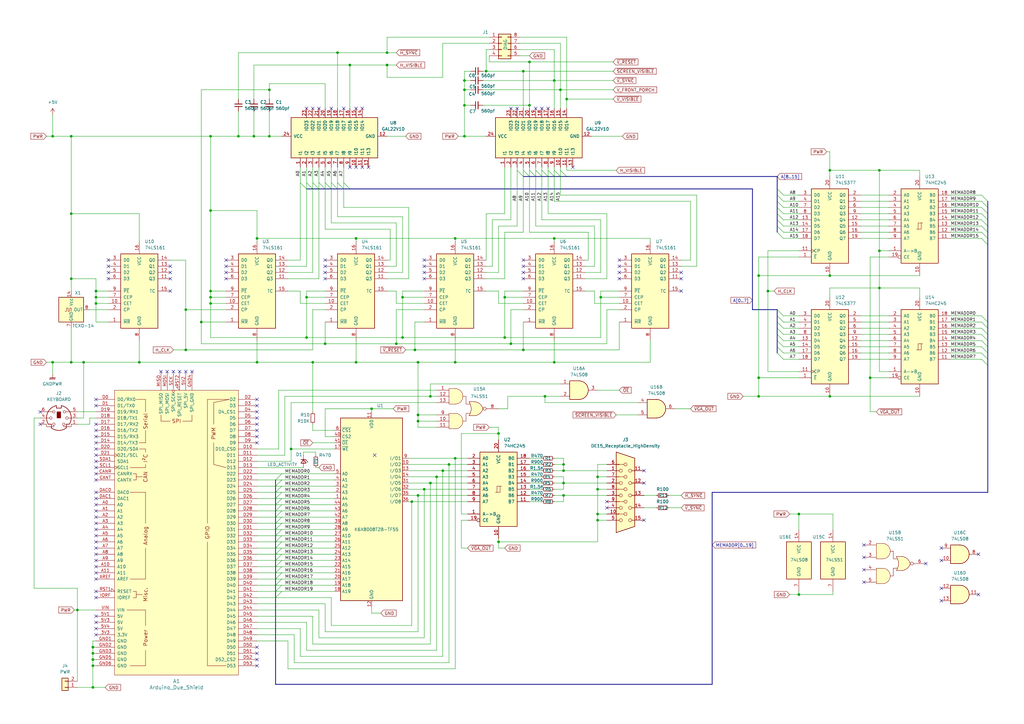
<source format=kicad_sch>
(kicad_sch (version 20231120) (generator "eeschema") (generator_version "8.0")
  (paper "A3")
  (junction (at 245.11 195.58))
  (junction (at 207.01 121.92))
  (junction (at 209.55 140.97))
  (junction (at 360.68 118.11))
  (junction (at 340.36 113.03))
  (junction (at 327.66 210.82))
  (junction (at 29.21 114.3))
  (junction (at 38.1 270.51))
  (junction (at 179.07 195.58))
  (junction (at 356.87 154.94))
  (junction (at 214.63 29.21))
  (junction (at 105.41 97.79))
  (junction (at 176.53 162.56))
  (junction (at 138.43 21.59))
  (junction (at 204.47 177.8))
  (junction (at 38.1 281.94))
  (junction (at 227.33 148.59))
  (junction (at 171.45 172.72))
  (junction (at 38.1 273.05))
  (junction (at 314.96 119.38))
  (junction (at 110.49 36.83))
  (junction (at 217.17 43.18))
  (junction (at 214.63 143.51))
  (junction (at 39.37 124.46))
  (junction (at 168.91 205.74))
  (junction (at 246.38 121.92))
  (junction (at 184.15 190.5))
  (junction (at 29.21 87.63))
  (junction (at 29.21 55.88))
  (junction (at 104.14 55.88))
  (junction (at 171.45 148.59))
  (junction (at 86.36 55.88))
  (junction (at 86.36 86.36))
  (junction (at 190.5 36.83))
  (junction (at 34.29 148.59))
  (junction (at 176.53 198.12))
  (junction (at 207.01 138.43))
  (junction (at 86.36 121.92))
  (junction (at 340.36 69.85))
  (junction (at 245.11 210.82))
  (junction (at 158.75 21.59))
  (junction (at 186.69 187.96))
  (junction (at 186.69 148.59))
  (junction (at 39.37 119.38))
  (junction (at 232.41 40.64))
  (junction (at 311.15 113.03))
  (junction (at 158.75 26.67))
  (junction (at 231.14 193.04))
  (junction (at 38.1 267.97))
  (junction (at 105.41 148.59))
  (junction (at 97.79 55.88))
  (junction (at 146.05 148.59))
  (junction (at 82.55 132.08))
  (junction (at 21.59 148.59))
  (junction (at 31.75 250.19))
  (junction (at 199.39 29.21))
  (junction (at 340.36 162.56))
  (junction (at 128.27 148.59))
  (junction (at 165.1 138.43))
  (junction (at 231.14 190.5))
  (junction (at 133.35 140.97))
  (junction (at 223.52 162.56))
  (junction (at 39.37 121.92))
  (junction (at 173.99 200.66))
  (junction (at 21.59 55.88))
  (junction (at 57.15 148.59))
  (junction (at 162.56 140.97))
  (junction (at 245.11 200.66))
  (junction (at 38.1 265.43))
  (junction (at 146.05 97.79))
  (junction (at 152.4 167.64))
  (junction (at 171.45 170.18))
  (junction (at 181.61 193.04))
  (junction (at 110.49 55.88))
  (junction (at 86.36 124.46))
  (junction (at 360.68 102.87))
  (junction (at 360.68 69.85))
  (junction (at 245.11 213.36))
  (junction (at 190.5 33.02))
  (junction (at 217.17 25.4))
  (junction (at 125.73 121.92))
  (junction (at 227.33 33.02))
  (junction (at 227.33 97.79))
  (junction (at 76.2 143.51))
  (junction (at 229.87 36.83))
  (junction (at 190.5 43.18))
  (junction (at 204.47 222.25))
  (junction (at 327.66 243.84))
  (junction (at 119.38 184.15))
  (junction (at 311.15 162.56))
  (junction (at 186.69 97.79))
  (junction (at 171.45 203.2))
  (junction (at 125.73 138.43))
  (junction (at 231.14 198.12))
  (junction (at 231.14 203.2))
  (junction (at 165.1 121.92))
  (junction (at 29.21 148.59))
  (junction (at 190.5 55.88))
  (junction (at 76.2 127))
  (junction (at 143.51 26.67))
  (junction (at 311.15 154.94))
  (junction (at 170.18 143.51))
  (junction (at 86.36 119.38))
  (no_connect (at 16.51 173.99))
  (no_connect (at 279.4 114.3))
  (no_connect (at 386.08 246.38))
  (no_connect (at 146.05 44.45))
  (no_connect (at 68.58 152.4))
  (no_connect (at 39.37 245.11))
  (no_connect (at 219.71 44.45))
  (no_connect (at 254 106.68))
  (no_connect (at 92.71 106.68))
  (no_connect (at 39.37 166.37))
  (no_connect (at 39.37 176.53))
  (no_connect (at 354.33 223.52))
  (no_connect (at 92.71 111.76))
  (no_connect (at 39.37 196.85))
  (no_connect (at 39.37 212.09))
  (no_connect (at 209.55 44.45))
  (no_connect (at 146.05 68.58))
  (no_connect (at 401.32 243.84))
  (no_connect (at 105.41 168.91))
  (no_connect (at 140.97 44.45))
  (no_connect (at 133.35 109.22))
  (no_connect (at 39.37 224.79))
  (no_connect (at 264.16 193.04))
  (no_connect (at 39.37 194.31))
  (no_connect (at 73.66 152.4))
  (no_connect (at 39.37 217.17))
  (no_connect (at 105.41 163.83))
  (no_connect (at 69.85 119.38))
  (no_connect (at 92.71 109.22))
  (no_connect (at 354.33 233.68))
  (no_connect (at 222.25 44.45))
  (no_connect (at 279.4 119.38))
  (no_connect (at 44.45 109.22))
  (no_connect (at 264.16 198.12))
  (no_connect (at 39.37 260.35))
  (no_connect (at 44.45 114.3))
  (no_connect (at 39.37 232.41))
  (no_connect (at 39.37 255.27))
  (no_connect (at 401.32 227.33))
  (no_connect (at 76.2 152.4))
  (no_connect (at 354.33 228.6))
  (no_connect (at 135.89 44.45))
  (no_connect (at 39.37 204.47))
  (no_connect (at 69.85 111.76))
  (no_connect (at 39.37 173.99))
  (no_connect (at 39.37 184.15))
  (no_connect (at 39.37 227.33))
  (no_connect (at 39.37 252.73))
  (no_connect (at 214.63 114.3))
  (no_connect (at 254 111.76))
  (no_connect (at 264.16 213.36))
  (no_connect (at 214.63 106.68))
  (no_connect (at 39.37 237.49))
  (no_connect (at 143.51 68.58))
  (no_connect (at 105.41 267.97))
  (no_connect (at 105.41 273.05))
  (no_connect (at 173.99 106.68))
  (no_connect (at 173.99 114.3))
  (no_connect (at 16.51 168.91))
  (no_connect (at 212.09 44.45))
  (no_connect (at 105.41 176.53))
  (no_connect (at 224.79 44.45))
  (no_connect (at 254 109.22))
  (no_connect (at 148.59 68.58))
  (no_connect (at 133.35 114.3))
  (no_connect (at 105.41 265.43))
  (no_connect (at 69.85 109.22))
  (no_connect (at 133.35 106.68))
  (no_connect (at 133.35 111.76))
  (no_connect (at 39.37 209.55))
  (no_connect (at 39.37 234.95))
  (no_connect (at 39.37 201.93))
  (no_connect (at 39.37 207.01))
  (no_connect (at 105.41 179.07))
  (no_connect (at 39.37 191.77))
  (no_connect (at 151.13 68.58))
  (no_connect (at 386.08 229.87))
  (no_connect (at 39.37 222.25))
  (no_connect (at 66.04 152.4))
  (no_connect (at 39.37 163.83))
  (no_connect (at 39.37 219.71))
  (no_connect (at 234.95 68.58))
  (no_connect (at 39.37 229.87))
  (no_connect (at 214.63 111.76))
  (no_connect (at 39.37 186.69))
  (no_connect (at 279.4 111.76))
  (no_connect (at 214.63 109.22))
  (no_connect (at 254 114.3))
  (no_connect (at 148.59 44.45))
  (no_connect (at 92.71 114.3))
  (no_connect (at 386.08 241.3))
  (no_connect (at 173.99 111.76))
  (no_connect (at 39.37 189.23))
  (no_connect (at 125.73 44.45))
  (no_connect (at 248.92 208.28))
  (no_connect (at 39.37 179.07))
  (no_connect (at 105.41 181.61))
  (no_connect (at 69.85 114.3))
  (no_connect (at 78.74 152.4))
  (no_connect (at 173.99 109.22))
  (no_connect (at 379.73 231.14))
  (no_connect (at 39.37 214.63))
  (no_connect (at 71.12 152.4))
  (no_connect (at 105.41 166.37))
  (no_connect (at 105.41 173.99))
  (no_connect (at 105.41 270.51))
  (no_connect (at 386.08 224.79))
  (no_connect (at 39.37 242.57))
  (no_connect (at 248.92 205.74))
  (no_connect (at 44.45 111.76))
  (no_connect (at 128.27 44.45))
  (no_connect (at 153.67 186.69))
  (no_connect (at 354.33 238.76))
  (no_connect (at 105.41 171.45))
  (no_connect (at 130.81 44.45))
  (no_connect (at 39.37 181.61))
  (no_connect (at 44.45 106.68))
  (no_connect (at 39.37 257.81))
  (bus_entry (at 402.59 92.71) (size 2.54 2.54))
  (bus_entry (at 321.31 137.16) (size -2.54 -2.54))
  (bus_entry (at 115.57 232.41) (size -2.54 2.54))
  (bus_entry (at 321.31 97.79) (size -2.54 -2.54))
  (bus_entry (at 402.59 80.01) (size 2.54 2.54))
  (bus_entry (at 115.57 222.25) (size -2.54 2.54))
  (bus_entry (at 402.59 95.25) (size 2.54 2.54))
  (bus_entry (at 115.57 199.39) (size -2.54 2.54))
  (bus_entry (at 115.57 209.55) (size -2.54 2.54))
  (bus_entry (at 229.87 69.85) (size 2.54 2.54))
  (bus_entry (at 115.57 217.17) (size -2.54 2.54))
  (bus_entry (at 115.57 227.33) (size -2.54 2.54))
  (bus_entry (at 402.59 144.78) (size 2.54 2.54))
  (bus_entry (at 321.31 144.78) (size -2.54 -2.54))
  (bus_entry (at 321.31 139.7) (size -2.54 -2.54))
  (bus_entry (at 115.57 194.31) (size -2.54 2.54))
  (bus_entry (at 402.59 137.16) (size 2.54 2.54))
  (bus_entry (at 135.89 74.93) (size 2.54 2.54))
  (bus_entry (at 321.31 142.24) (size -2.54 -2.54))
  (bus_entry (at 402.59 147.32) (size 2.54 2.54))
  (bus_entry (at 115.57 234.95) (size -2.54 2.54))
  (bus_entry (at 402.59 129.54) (size 2.54 2.54))
  (bus_entry (at 402.59 139.7) (size 2.54 2.54))
  (bus_entry (at 214.63 69.85) (size 2.54 2.54))
  (bus_entry (at 402.59 97.79) (size 2.54 2.54))
  (bus_entry (at 138.43 74.93) (size 2.54 2.54))
  (bus_entry (at 224.79 69.85) (size 2.54 2.54))
  (bus_entry (at 321.31 90.17) (size -2.54 -2.54))
  (bus_entry (at 321.31 134.62) (size -2.54 -2.54))
  (bus_entry (at 115.57 229.87) (size -2.54 2.54))
  (bus_entry (at 321.31 132.08) (size -2.54 -2.54))
  (bus_entry (at 219.71 69.85) (size 2.54 2.54))
  (bus_entry (at 130.81 74.93) (size 2.54 2.54))
  (bus_entry (at 115.57 237.49) (size -2.54 2.54))
  (bus_entry (at 402.59 82.55) (size 2.54 2.54))
  (bus_entry (at 402.59 87.63) (size 2.54 2.54))
  (bus_entry (at 222.25 69.85) (size 2.54 2.54))
  (bus_entry (at 123.19 74.93) (size 2.54 2.54))
  (bus_entry (at 321.31 87.63) (size -2.54 -2.54))
  (bus_entry (at 133.35 74.93) (size 2.54 2.54))
  (bus_entry (at 115.57 204.47) (size -2.54 2.54))
  (bus_entry (at 402.59 142.24) (size 2.54 2.54))
  (bus_entry (at 115.57 242.57) (size -2.54 2.54))
  (bus_entry (at 140.97 74.93) (size 2.54 2.54))
  (bus_entry (at 115.57 212.09) (size -2.54 2.54))
  (bus_entry (at 128.27 74.93) (size 2.54 2.54))
  (bus_entry (at 115.57 207.01) (size -2.54 2.54))
  (bus_entry (at 318.77 77.47) (size 2.54 2.54))
  (bus_entry (at 115.57 214.63) (size -2.54 2.54))
  (bus_entry (at 115.57 224.79) (size -2.54 2.54))
  (bus_entry (at 217.17 69.85) (size 2.54 2.54))
  (bus_entry (at 115.57 201.93) (size -2.54 2.54))
  (bus_entry (at 115.57 219.71) (size -2.54 2.54))
  (bus_entry (at 402.59 134.62) (size 2.54 2.54))
  (bus_entry (at 321.31 147.32) (size -2.54 -2.54))
  (bus_entry (at 321.31 82.55) (size -2.54 -2.54))
  (bus_entry (at 402.59 85.09) (size 2.54 2.54))
  (bus_entry (at 402.59 132.08) (size 2.54 2.54))
  (bus_entry (at 402.59 90.17) (size 2.54 2.54))
  (bus_entry (at 125.73 74.93) (size 2.54 2.54))
  (bus_entry (at 321.31 85.09) (size -2.54 -2.54))
  (bus_entry (at 212.09 69.85) (size 2.54 2.54))
  (bus_entry (at 115.57 240.03) (size -2.54 2.54))
  (bus_entry (at 115.57 196.85) (size -2.54 2.54))
  (bus_entry (at 321.31 92.71) (size -2.54 -2.54))
  (bus_entry (at 227.33 69.85) (size 2.54 2.54))
  (bus_entry (at 321.31 95.25) (size -2.54 -2.54))
  (bus_entry (at 321.31 129.54) (size -2.54 -2.54))
  (wire (pts (xy 207.01 119.38) (xy 214.63 119.38)))
  (wire (pts (xy 167.64 205.74) (xy 168.91 205.74)))
  (bus (pts (xy 113.03 212.09) (xy 113.03 214.63)))
  (wire (pts (xy 76.2 127) (xy 92.71 127)))
  (bus (pts (xy 222.25 72.39) (xy 224.79 72.39)))
  (bus (pts (xy 113.03 227.33) (xy 113.03 229.87)))
  (wire (pts (xy 105.41 199.39) (xy 113.03 199.39)))
  (wire (pts (xy 204.47 222.25) (xy 204.47 224.79)))
  (wire (pts (xy 254 143.51) (xy 254 132.08)))
  (wire (pts (xy 246.38 90.17) (xy 246.38 111.76)))
  (bus (pts (xy 318.77 144.78) (xy 318.77 142.24)))
  (wire (pts (xy 339.09 62.23) (xy 340.36 62.23)))
  (wire (pts (xy 173.99 261.62) (xy 173.99 200.66)))
  (wire (pts (xy 245.11 195.58) (xy 245.11 200.66)))
  (wire (pts (xy 245.11 210.82) (xy 245.11 213.36)))
  (wire (pts (xy 105.41 214.63) (xy 113.03 214.63)))
  (bus (pts (xy 318.77 80.01) (xy 318.77 77.47)))
  (wire (pts (xy 86.36 124.46) (xy 86.36 121.92)))
  (wire (pts (xy 212.09 92.71) (xy 204.47 92.71)))
  (wire (pts (xy 353.06 97.79) (xy 364.49 97.79)))
  (wire (pts (xy 125.73 121.92) (xy 133.35 121.92)))
  (wire (pts (xy 227.33 187.96) (xy 231.14 187.96)))
  (wire (pts (xy 162.56 124.46) (xy 162.56 119.38)))
  (wire (pts (xy 125.73 68.58) (xy 125.73 74.93)))
  (wire (pts (xy 162.56 140.97) (xy 162.56 127)))
  (wire (pts (xy 158.75 31.75) (xy 181.61 31.75)))
  (bus (pts (xy 113.03 204.47) (xy 113.03 207.01)))
  (wire (pts (xy 116.84 162.56) (xy 116.84 186.69)))
  (wire (pts (xy 92.71 119.38) (xy 86.36 119.38)))
  (wire (pts (xy 261.62 165.1) (xy 223.52 165.1)))
  (wire (pts (xy 321.31 87.63) (xy 327.66 87.63)))
  (wire (pts (xy 113.03 234.95) (xy 115.57 234.95)))
  (wire (pts (xy 207.01 95.25) (xy 214.63 95.25)))
  (wire (pts (xy 138.43 21.59) (xy 138.43 44.45)))
  (wire (pts (xy 214.63 143.51) (xy 254 143.51)))
  (wire (pts (xy 314.96 102.87) (xy 327.66 102.87)))
  (wire (pts (xy 213.36 15.24) (xy 232.41 15.24)))
  (wire (pts (xy 190.5 55.88) (xy 199.39 55.88)))
  (bus (pts (xy 135.89 77.47) (xy 138.43 77.47)))
  (wire (pts (xy 204.47 177.8) (xy 204.47 180.34)))
  (wire (pts (xy 114.3 160.02) (xy 179.07 160.02)))
  (wire (pts (xy 86.36 55.88) (xy 97.79 55.88)))
  (wire (pts (xy 31.75 173.99) (xy 36.83 173.99)))
  (wire (pts (xy 44.45 132.08) (xy 39.37 132.08)))
  (wire (pts (xy 321.31 134.62) (xy 327.66 134.62)))
  (wire (pts (xy 389.89 147.32) (xy 402.59 147.32)))
  (wire (pts (xy 321.31 85.09) (xy 327.66 85.09)))
  (wire (pts (xy 207.01 121.92) (xy 207.01 138.43)))
  (wire (pts (xy 31.75 279.4) (xy 31.75 250.19)))
  (wire (pts (xy 248.92 190.5) (xy 245.11 190.5)))
  (wire (pts (xy 364.49 154.94) (xy 356.87 154.94)))
  (bus (pts (xy 405.13 132.08) (xy 405.13 134.62)))
  (wire (pts (xy 243.84 119.38) (xy 243.84 124.46)))
  (wire (pts (xy 165.1 119.38) (xy 165.1 121.92)))
  (wire (pts (xy 356.87 105.41) (xy 356.87 154.94)))
  (wire (pts (xy 71.12 143.51) (xy 76.2 143.51)))
  (wire (pts (xy 115.57 227.33) (xy 137.16 227.33)))
  (wire (pts (xy 19.05 148.59) (xy 21.59 148.59)))
  (wire (pts (xy 167.64 198.12) (xy 176.53 198.12)))
  (wire (pts (xy 30.48 250.19) (xy 31.75 250.19)))
  (wire (pts (xy 214.63 143.51) (xy 214.63 132.08)))
  (wire (pts (xy 133.35 247.65) (xy 133.35 259.08)))
  (wire (pts (xy 36.83 171.45) (xy 36.83 173.99)))
  (wire (pts (xy 353.06 80.01) (xy 364.49 80.01)))
  (wire (pts (xy 105.41 257.81) (xy 123.19 257.81)))
  (wire (pts (xy 105.41 247.65) (xy 133.35 247.65)))
  (wire (pts (xy 181.61 17.78) (xy 200.66 17.78)))
  (wire (pts (xy 115.57 237.49) (xy 137.16 237.49)))
  (wire (pts (xy 105.41 97.79) (xy 146.05 97.79)))
  (wire (pts (xy 105.41 86.36) (xy 105.41 97.79)))
  (wire (pts (xy 39.37 119.38) (xy 44.45 119.38)))
  (bus (pts (xy 113.03 240.03) (xy 113.03 242.57)))
  (wire (pts (xy 245.11 222.25) (xy 204.47 222.25)))
  (wire (pts (xy 274.32 203.2) (xy 279.4 203.2)))
  (wire (pts (xy 133.35 119.38) (xy 125.73 119.38)))
  (wire (pts (xy 246.38 111.76) (xy 240.03 111.76)))
  (wire (pts (xy 353.06 85.09) (xy 364.49 85.09)))
  (wire (pts (xy 118.11 262.89) (xy 118.11 274.32)))
  (wire (pts (xy 21.59 55.88) (xy 29.21 55.88)))
  (wire (pts (xy 115.57 207.01) (xy 137.16 207.01)))
  (wire (pts (xy 162.56 109.22) (xy 158.75 109.22)))
  (wire (pts (xy 165.1 121.92) (xy 165.1 138.43)))
  (wire (pts (xy 104.14 26.67) (xy 143.51 26.67)))
  (wire (pts (xy 13.97 171.45) (xy 13.97 241.3)))
  (wire (pts (xy 38.1 281.94) (xy 43.18 281.94)))
  (wire (pts (xy 38.1 267.97) (xy 38.1 270.51)))
  (wire (pts (xy 113.03 227.33) (xy 115.57 227.33)))
  (wire (pts (xy 190.5 29.21) (xy 190.5 33.02)))
  (wire (pts (xy 356.87 154.94) (xy 356.87 168.91)))
  (wire (pts (xy 176.53 198.12) (xy 191.77 198.12)))
  (wire (pts (xy 171.45 203.2) (xy 191.77 203.2)))
  (wire (pts (xy 57.15 148.59) (xy 105.41 148.59)))
  (wire (pts (xy 227.33 20.32) (xy 227.33 33.02)))
  (wire (pts (xy 193.04 36.83) (xy 190.5 36.83)))
  (wire (pts (xy 181.61 193.04) (xy 191.77 193.04)))
  (wire (pts (xy 389.89 132.08) (xy 402.59 132.08)))
  (wire (pts (xy 321.31 144.78) (xy 327.66 144.78)))
  (wire (pts (xy 171.45 172.72) (xy 171.45 175.26)))
  (wire (pts (xy 207.01 121.92) (xy 207.01 119.38)))
  (wire (pts (xy 231.14 205.74) (xy 227.33 205.74)))
  (wire (pts (xy 128.27 173.99) (xy 128.27 176.53)))
  (wire (pts (xy 248.92 140.97) (xy 209.55 140.97)))
  (wire (pts (xy 143.51 44.45) (xy 143.51 26.67)))
  (bus (pts (xy 318.77 95.25) (xy 318.77 92.71)))
  (wire (pts (xy 389.89 129.54) (xy 402.59 129.54)))
  (wire (pts (xy 86.36 86.36) (xy 86.36 119.38)))
  (wire (pts (xy 219.71 69.85) (xy 219.71 72.39)))
  (wire (pts (xy 162.56 140.97) (xy 209.55 140.97)))
  (wire (pts (xy 110.49 36.83) (xy 110.49 40.64)))
  (wire (pts (xy 113.03 229.87) (xy 115.57 229.87)))
  (wire (pts (xy 105.41 227.33) (xy 113.03 227.33)))
  (wire (pts (xy 125.73 255.27) (xy 105.41 255.27)))
  (wire (pts (xy 199.39 20.32) (xy 199.39 29.21)))
  (wire (pts (xy 115.57 222.25) (xy 137.16 222.25)))
  (wire (pts (xy 105.41 86.36) (xy 86.36 86.36)))
  (wire (pts (xy 160.02 106.68) (xy 158.75 106.68)))
  (wire (pts (xy 158.75 114.3) (xy 167.64 114.3)))
  (wire (pts (xy 217.17 205.74) (xy 222.25 205.74)))
  (bus (pts (xy 318.77 87.63) (xy 318.77 85.09)))
  (bus (pts (xy 113.03 237.49) (xy 113.03 240.03)))
  (wire (pts (xy 128.27 148.59) (xy 146.05 148.59)))
  (wire (pts (xy 340.36 162.56) (xy 377.19 162.56)))
  (wire (pts (xy 138.43 77.47) (xy 138.43 88.9)))
  (wire (pts (xy 135.89 68.58) (xy 135.89 74.93)))
  (wire (pts (xy 31.75 250.19) (xy 39.37 250.19)))
  (wire (pts (xy 34.29 171.45) (xy 34.29 148.59)))
  (wire (pts (xy 138.43 68.58) (xy 138.43 74.93)))
  (wire (pts (xy 184.15 271.78) (xy 120.65 271.78)))
  (wire (pts (xy 321.31 80.01) (xy 327.66 80.01)))
  (wire (pts (xy 105.41 219.71) (xy 113.03 219.71)))
  (wire (pts (xy 128.27 143.51) (xy 76.2 143.51)))
  (wire (pts (xy 190.5 43.18) (xy 193.04 43.18)))
  (wire (pts (xy 125.73 266.7) (xy 125.73 255.27)))
  (wire (pts (xy 340.36 62.23) (xy 340.36 69.85)))
  (wire (pts (xy 204.47 167.64) (xy 208.28 167.64)))
  (wire (pts (xy 364.49 102.87) (xy 360.68 102.87)))
  (wire (pts (xy 76.2 143.51) (xy 76.2 127)))
  (wire (pts (xy 173.99 119.38) (xy 165.1 119.38)))
  (wire (pts (xy 224.79 69.85) (xy 224.79 68.58)))
  (wire (pts (xy 179.07 266.7) (xy 125.73 266.7)))
  (wire (pts (xy 146.05 139.7) (xy 146.05 148.59)))
  (wire (pts (xy 115.57 229.87) (xy 137.16 229.87)))
  (wire (pts (xy 38.1 270.51) (xy 39.37 270.51)))
  (wire (pts (xy 248.92 114.3) (xy 248.92 87.63)))
  (wire (pts (xy 186.69 97.79) (xy 146.05 97.79)))
  (wire (pts (xy 39.37 121.92) (xy 39.37 119.38)))
  (wire (pts (xy 113.03 212.09) (xy 115.57 212.09)))
  (wire (pts (xy 167.64 193.04) (xy 181.61 193.04)))
  (wire (pts (xy 201.93 109.22) (xy 201.93 90.17)))
  (wire (pts (xy 214.63 121.92) (xy 207.01 121.92)))
  (bus (pts (xy 318.77 129.54) (xy 318.77 127)))
  (wire (pts (xy 123.19 74.93) (xy 123.19 106.68)))
  (wire (pts (xy 311.15 154.94) (xy 327.66 154.94)))
  (wire (pts (xy 116.84 162.56) (xy 176.53 162.56)))
  (wire (pts (xy 160.02 93.98) (xy 160.02 106.68)))
  (bus (pts (xy 308.61 77.47) (xy 308.61 127)))
  (wire (pts (xy 133.35 167.64) (xy 152.4 167.64)))
  (wire (pts (xy 285.75 80.01) (xy 285.75 109.22)))
  (wire (pts (xy 105.41 207.01) (xy 113.03 207.01)))
  (wire (pts (xy 133.35 74.93) (xy 133.35 77.47)))
  (wire (pts (xy 115.57 209.55) (xy 137.16 209.55)))
  (wire (pts (xy 118.11 111.76) (xy 128.27 111.76)))
  (wire (pts (xy 214.63 95.25) (xy 214.63 72.39)))
  (wire (pts (xy 245.11 190.5) (xy 245.11 195.58)))
  (wire (pts (xy 29.21 148.59) (xy 34.29 148.59)))
  (wire (pts (xy 135.89 256.54) (xy 168.91 256.54)))
  (wire (pts (xy 360.68 118.11) (xy 360.68 152.4)))
  (bus (pts (xy 227.33 72.39) (xy 229.87 72.39)))
  (wire (pts (xy 311.15 113.03) (xy 340.36 113.03)))
  (wire (pts (xy 186.69 148.59) (xy 227.33 148.59)))
  (wire (pts (xy 38.1 262.89) (xy 38.1 265.43)))
  (wire (pts (xy 356.87 168.91) (xy 359.41 168.91)))
  (bus (pts (xy 405.13 95.25) (xy 405.13 97.79)))
  (wire (pts (xy 105.41 148.59) (xy 128.27 148.59)))
  (wire (pts (xy 204.47 111.76) (xy 199.39 111.76)))
  (wire (pts (xy 212.09 69.85) (xy 212.09 92.71)))
  (wire (pts (xy 115.57 219.71) (xy 137.16 219.71)))
  (wire (pts (xy 227.33 33.02) (xy 251.46 33.02)))
  (wire (pts (xy 207.01 114.3) (xy 207.01 95.25)))
  (wire (pts (xy 119.38 184.15) (xy 119.38 165.1)))
  (wire (pts (xy 209.55 68.58) (xy 209.55 90.17)))
  (wire (pts (xy 245.11 210.82) (xy 248.92 210.82)))
  (wire (pts (xy 245.11 200.66) (xy 245.11 210.82)))
  (wire (pts (xy 208.28 162.56) (xy 208.28 167.64)))
  (wire (pts (xy 115.57 196.85) (xy 137.16 196.85)))
  (wire (pts (xy 389.89 90.17) (xy 402.59 90.17)))
  (wire (pts (xy 57.15 139.7) (xy 57.15 148.59)))
  (wire (pts (xy 276.86 167.64) (xy 283.21 167.64)))
  (bus (pts (xy 318.77 85.09) (xy 318.77 82.55)))
  (wire (pts (xy 227.33 97.79) (xy 227.33 99.06)))
  (wire (pts (xy 199.39 20.32) (xy 200.66 20.32)))
  (wire (pts (xy 39.37 273.05) (xy 38.1 273.05)))
  (wire (pts (xy 241.3 95.25) (xy 241.3 106.68)))
  (wire (pts (xy 115.57 217.17) (xy 137.16 217.17)))
  (wire (pts (xy 162.56 119.38) (xy 158.75 119.38)))
  (wire (pts (xy 243.84 124.46) (xy 254 124.46)))
  (wire (pts (xy 176.53 157.48) (xy 176.53 162.56)))
  (wire (pts (xy 389.89 82.55) (xy 402.59 82.55)))
  (wire (pts (xy 170.18 143.51) (xy 214.63 143.51)))
  (wire (pts (xy 162.56 21.59) (xy 158.75 21.59)))
  (wire (pts (xy 217.17 72.39) (xy 217.17 95.25)))
  (wire (pts (xy 231.14 203.2) (xy 231.14 205.74)))
  (wire (pts (xy 113.03 237.49) (xy 115.57 237.49)))
  (wire (pts (xy 113.03 222.25) (xy 115.57 222.25)))
  (wire (pts (xy 227.33 190.5) (xy 231.14 190.5)))
  (bus (pts (xy 318.77 92.71) (xy 318.77 90.17)))
  (wire (pts (xy 39.37 121.92) (xy 44.45 121.92)))
  (bus (pts (xy 405.13 149.86) (xy 405.13 201.93)))
  (bus (pts (xy 113.03 245.11) (xy 113.03 280.67)))
  (wire (pts (xy 207.01 68.58) (xy 207.01 87.63)))
  (wire (pts (xy 105.41 252.73) (xy 128.27 252.73)))
  (wire (pts (xy 105.41 212.09) (xy 113.03 212.09)))
  (wire (pts (xy 187.96 55.88) (xy 190.5 55.88)))
  (wire (pts (xy 219.71 72.39) (xy 219.71 92.71)))
  (wire (pts (xy 229.87 17.78) (xy 213.36 17.78)))
  (wire (pts (xy 190.5 33.02) (xy 190.5 36.83)))
  (wire (pts (xy 113.03 196.85) (xy 115.57 196.85)))
  (wire (pts (xy 115.57 201.93) (xy 137.16 201.93)))
  (wire (pts (xy 353.06 144.78) (xy 364.49 144.78)))
  (wire (pts (xy 92.71 124.46) (xy 86.36 124.46)))
  (wire (pts (xy 191.77 210.82) (xy 189.23 210.82)))
  (wire (pts (xy 231.14 190.5) (xy 231.14 187.96)))
  (wire (pts (xy 135.89 77.47) (xy 135.89 91.44)))
  (wire (pts (xy 171.45 170.18) (xy 179.07 170.18)))
  (bus (pts (xy 113.03 229.87) (xy 113.03 232.41)))
  (wire (pts (xy 389.89 142.24) (xy 402.59 142.24)))
  (wire (pts (xy 227.33 203.2) (xy 231.14 203.2)))
  (wire (pts (xy 110.49 34.29) (xy 110.49 36.83)))
  (bus (pts (xy 405.13 90.17) (xy 405.13 92.71)))
  (wire (pts (xy 57.15 87.63) (xy 29.21 87.63)))
  (wire (pts (xy 130.81 250.19) (xy 130.81 261.62)))
  (wire (pts (xy 86.36 138.43) (xy 86.36 124.46)))
  (wire (pts (xy 364.49 152.4) (xy 360.68 152.4)))
  (wire (pts (xy 377.19 72.39) (xy 377.19 69.85)))
  (wire (pts (xy 97.79 40.64) (xy 97.79 21.59)))
  (wire (pts (xy 167.64 203.2) (xy 171.45 203.2)))
  (wire (pts (xy 105.41 245.11) (xy 113.03 245.11)))
  (wire (pts (xy 353.06 87.63) (xy 364.49 87.63)))
  (wire (pts (xy 224.79 87.63) (xy 224.79 72.39)))
  (wire (pts (xy 389.89 80.01) (xy 402.59 80.01)))
  (wire (pts (xy 128.27 77.47) (xy 128.27 111.76)))
  (wire (pts (xy 217.17 203.2) (xy 222.25 203.2)))
  (wire (pts (xy 76.2 106.68) (xy 76.2 127)))
  (wire (pts (xy 113.03 209.55) (xy 115.57 209.55)))
  (wire (pts (xy 252.73 170.18) (xy 261.62 170.18)))
  (wire (pts (xy 229.87 80.01) (xy 285.75 80.01)))
  (wire (pts (xy 165.1 111.76) (xy 158.75 111.76)))
  (wire (pts (xy 190.5 36.83) (xy 190.5 43.18)))
  (wire (pts (xy 217.17 25.4) (xy 217.17 43.18)))
  (wire (pts (xy 389.89 139.7) (xy 402.59 139.7)))
  (wire (pts (xy 105.41 262.89) (xy 118.11 262.89)))
  (wire (pts (xy 105.41 196.85) (xy 113.03 196.85)))
  (bus (pts (xy 318.77 90.17) (xy 318.77 87.63)))
  (wire (pts (xy 245.11 213.36) (xy 245.11 222.25)))
  (bus (pts (xy 405.13 97.79) (xy 405.13 100.33)))
  (wire (pts (xy 179.07 195.58) (xy 191.77 195.58)))
  (wire (pts (xy 115.57 199.39) (xy 137.16 199.39)))
  (wire (pts (xy 115.57 242.57) (xy 137.16 242.57)))
  (wire (pts (xy 165.1 138.43) (xy 125.73 138.43)))
  (wire (pts (xy 340.36 69.85) (xy 360.68 69.85)))
  (bus (pts (xy 405.13 85.09) (xy 405.13 87.63)))
  (wire (pts (xy 119.38 184.15) (xy 137.16 184.15)))
  (wire (pts (xy 217.17 95.25) (xy 241.3 95.25)))
  (wire (pts (xy 353.06 95.25) (xy 364.49 95.25)))
  (bus (pts (xy 405.13 92.71) (xy 405.13 95.25)))
  (wire (pts (xy 129.54 185.42) (xy 129.54 186.69)))
  (wire (pts (xy 171.45 170.18) (xy 171.45 172.72)))
  (bus (pts (xy 113.03 224.79) (xy 113.03 227.33)))
  (wire (pts (xy 321.31 139.7) (xy 327.66 139.7)))
  (wire (pts (xy 227.33 33.02) (xy 227.33 44.45)))
  (bus (pts (xy 219.71 72.39) (xy 222.25 72.39)))
  (wire (pts (xy 29.21 114.3) (xy 29.21 119.38)))
  (wire (pts (xy 246.38 119.38) (xy 254 119.38)))
  (wire (pts (xy 158.75 26.67) (xy 162.56 26.67)))
  (wire (pts (xy 327.66 243.84) (xy 341.63 243.84)))
  (wire (pts (xy 135.89 91.44) (xy 162.56 91.44)))
  (wire (pts (xy 29.21 114.3) (xy 39.37 114.3)))
  (wire (pts (xy 105.41 222.25) (xy 113.03 222.25)))
  (wire (pts (xy 181.61 31.75) (xy 181.61 17.78)))
  (wire (pts (xy 340.36 113.03) (xy 377.19 113.03)))
  (wire (pts (xy 323.85 243.84) (xy 327.66 243.84)))
  (wire (pts (xy 321.31 82.55) (xy 327.66 82.55)))
  (wire (pts (xy 389.89 87.63) (xy 402.59 87.63)))
  (bus (pts (xy 292.1 280.67) (xy 292.1 201.93)))
  (wire (pts (xy 133.35 140.97) (xy 82.55 140.97)))
  (wire (pts (xy 133.35 259.08) (xy 171.45 259.08)))
  (wire (pts (xy 231.14 203.2) (xy 248.92 203.2)))
  (bus (pts (xy 318.77 134.62) (xy 318.77 132.08)))
  (wire (pts (xy 204.47 175.26) (xy 204.47 177.8)))
  (wire (pts (xy 377.19 69.85) (xy 360.68 69.85)))
  (wire (pts (xy 86.36 121.92) (xy 92.71 121.92)))
  (wire (pts (xy 120.65 260.35) (xy 105.41 260.35)))
  (bus (pts (xy 405.13 142.24) (xy 405.13 144.78)))
  (wire (pts (xy 158.75 15.24) (xy 200.66 15.24)))
  (wire (pts (xy 105.41 194.31) (xy 115.57 194.31)))
  (wire (pts (xy 113.03 219.71) (xy 115.57 219.71)))
  (wire (pts (xy 113.03 232.41) (xy 115.57 232.41)))
  (wire (pts (xy 179.07 195.58) (xy 179.07 266.7)))
  (bus (pts (xy 318.77 137.16) (xy 318.77 134.62)))
  (wire (pts (xy 152.4 248.92) (xy 152.4 251.46)))
  (wire (pts (xy 283.21 82.55) (xy 283.21 106.68)))
  (bus (pts (xy 405.13 144.78) (xy 405.13 147.32)))
  (wire (pts (xy 321.31 92.71) (xy 327.66 92.71)))
  (wire (pts (xy 321.31 90.17) (xy 327.66 90.17)))
  (wire (pts (xy 217.17 198.12) (xy 222.25 198.12)))
  (wire (pts (xy 353.06 92.71) (xy 364.49 92.71)))
  (wire (pts (xy 82.55 140.97) (xy 82.55 132.08)))
  (wire (pts (xy 105.41 209.55) (xy 113.03 209.55)))
  (wire (pts (xy 323.85 210.82) (xy 327.66 210.82)))
  (wire (pts (xy 128.27 74.93) (xy 128.27 77.47)))
  (wire (pts (xy 222.25 72.39) (xy 222.25 90.17)))
  (wire (pts (xy 118.11 274.32) (xy 186.69 274.32)))
  (wire (pts (xy 113.03 201.93) (xy 115.57 201.93)))
  (wire (pts (xy 57.15 99.06) (xy 57.15 87.63)))
  (wire (pts (xy 135.89 74.93) (xy 135.89 77.47)))
  (wire (pts (xy 321.31 129.54) (xy 327.66 129.54)))
  (wire (pts (xy 246.38 119.38) (xy 246.38 121.92)))
  (wire (pts (xy 353.06 147.32) (xy 364.49 147.32)))
  (wire (pts (xy 321.31 147.32) (xy 327.66 147.32)))
  (bus (pts (xy 318.77 132.08) (xy 318.77 129.54)))
  (wire (pts (xy 264.16 203.2) (xy 269.24 203.2)))
  (wire (pts (xy 245.11 195.58) (xy 248.92 195.58)))
  (wire (pts (xy 140.97 77.47) (xy 140.97 85.09)))
  (wire (pts (xy 353.06 139.7) (xy 364.49 139.7)))
  (wire (pts (xy 231.14 195.58) (xy 231.14 198.12)))
  (wire (pts (xy 105.41 234.95) (xy 113.03 234.95)))
  (wire (pts (xy 39.37 132.08) (xy 39.37 124.46)))
  (wire (pts (xy 199.39 119.38) (xy 204.47 119.38)))
  (wire (pts (xy 224.79 72.39) (xy 224.79 69.85)))
  (wire (pts (xy 39.37 171.45) (xy 36.83 171.45)))
  (wire (pts (xy 179.07 172.72) (xy 171.45 172.72)))
  (wire (pts (xy 158.75 26.67) (xy 158.75 31.75)))
  (wire (pts (xy 353.06 137.16) (xy 364.49 137.16)))
  (wire (pts (xy 219.71 92.71) (xy 243.84 92.71)))
  (wire (pts (xy 152.4 251.46) (xy 156.21 251.46)))
  (wire (pts (xy 173.99 124.46) (xy 162.56 124.46)))
  (wire (pts (xy 232.41 68.58) (xy 232.41 69.85)))
  (wire (pts (xy 133.35 93.98) (xy 160.02 93.98)))
  (wire (pts (xy 140.97 68.58) (xy 140.97 74.93)))
  (bus (pts (xy 318.77 82.55) (xy 318.77 80.01)))
  (wire (pts (xy 113.03 204.47) (xy 115.57 204.47)))
  (wire (pts (xy 389.89 92.71) (xy 402.59 92.71)))
  (wire (pts (xy 199.39 114.3) (xy 207.01 114.3)))
  (wire (pts (xy 29.21 55.88) (xy 29.21 87.63)))
  (wire (pts (xy 198.12 33.02) (xy 227.33 33.02)))
  (wire (pts (xy 227.33 82.55) (xy 227.33 72.39)))
  (wire (pts (xy 353.06 82.55) (xy 364.49 82.55)))
  (wire (pts (xy 86.36 86.36) (xy 86.36 55.88)))
  (wire (pts (xy 186.69 139.7) (xy 186.69 148.59)))
  (wire (pts (xy 222.25 68.58) (xy 222.25 69.85)))
  (wire (pts (xy 245.11 200.66) (xy 248.92 200.66)))
  (wire (pts (xy 168.91 205.74) (xy 191.77 205.74)))
  (wire (pts (xy 173.99 200.66) (xy 191.77 200.66)))
  (wire (pts (xy 167.64 114.3) (xy 167.64 85.09)))
  (wire (pts (xy 113.03 224.79) (xy 115.57 224.79)))
  (bus (pts (xy 113.03 199.39) (xy 113.03 201.93)))
  (wire (pts (xy 217.17 190.5) (xy 222.25 190.5)))
  (wire (pts (xy 115.57 232.41) (xy 137.16 232.41)))
  (wire (pts (xy 19.05 55.88) (xy 21.59 55.88)))
  (bus (pts (xy 224.79 72.39) (xy 227.33 72.39)))
  (wire (pts (xy 227.33 72.39) (xy 227.33 69.85)))
  (wire (pts (xy 140.97 85.09) (xy 167.64 85.09)))
  (wire (pts (xy 186.69 274.32) (xy 186.69 187.96)))
  (wire (pts (xy 130.81 261.62) (xy 173.99 261.62)))
  (wire (pts (xy 341.63 210.82) (xy 341.63 217.17)))
  (wire (pts (xy 123.19 68.58) (xy 123.19 74.93)))
  (wire (pts (xy 189.23 213.36) (xy 189.23 224.79)))
  (wire (pts (xy 231.14 190.5) (xy 231.14 193.04)))
  (wire (pts (xy 105.41 204.47) (xy 113.03 204.47)))
  (wire (pts (xy 217.17 68.58) (xy 217.17 69.85)))
  (wire (pts (xy 227.33 200.66) (xy 231.14 200.66)))
  (wire (pts (xy 128.27 176.53) (xy 137.16 176.53)))
  (wire (pts (xy 189.23 224.79) (xy 191.77 224.79)))
  (wire (pts (xy 38.1 270.51) (xy 38.1 273.05)))
  (wire (pts (xy 204.47 220.98) (xy 204.47 222.25)))
  (wire (pts (xy 340.36 72.39) (xy 340.36 69.85)))
  (bus (pts (xy 113.03 196.85) (xy 113.03 199.39)))
  (bus (pts (xy 405.13 147.32) (xy 405.13 149.86)))
  (wire (pts (xy 115.57 240.03) (xy 137.16 240.03)))
  (wire (pts (xy 201.93 90.17) (xy 209.55 90.17)))
  (wire (pts (xy 227.33 193.04) (xy 231.14 193.04)))
  (wire (pts (xy 189.23 177.8) (xy 204.47 177.8)))
  (wire (pts (xy 97.79 45.72) (xy 97.79 55.88)))
  (bus (pts (xy 217.17 72.39) (xy 219.71 72.39)))
  (wire (pts (xy 104.14 45.72) (xy 104.14 55.88)))
  (wire (pts (xy 124.46 186.69) (xy 124.46 185.42)))
  (wire (pts (xy 118.11 109.22) (xy 125.73 109.22)))
  (wire (pts (xy 227.33 82.55) (xy 283.21 82.55)))
  (wire (pts (xy 92.71 132.08) (xy 82.55 132.08)))
  (wire (pts (xy 227.33 139.7) (xy 227.33 148.59)))
  (wire (pts (xy 321.31 142.24) (xy 327.66 142.24)))
  (bus (pts (xy 318.77 77.47) (xy 318.77 72.39)))
  (wire (pts (xy 243.84 92.71) (xy 243.84 109.22)))
  (wire (pts (xy 214.63 29.21) (xy 214.63 44.45)))
  (wire (pts (xy 266.7 97.79) (xy 227.33 97.79)))
  (bus (pts (xy 113.03 214.63) (xy 113.03 217.17)))
  (wire (pts (xy 207.01 138.43) (xy 246.38 138.43)))
  (wire (pts (xy 199.39 29.21) (xy 214.63 29.21)))
  (wire (pts (xy 170.18 132.08) (xy 170.18 143.51)))
  (wire (pts (xy 232.41 40.64) (xy 251.46 40.64)))
  (wire (pts (xy 135.89 245.11) (xy 135.89 256.54)))
  (wire (pts (xy 114.3 160.02) (xy 114.3 184.15)))
  (wire (pts (xy 115.57 204.47) (xy 137.16 204.47)))
  (wire (pts (xy 125.73 77.47) (xy 125.73 109.22)))
  (bus (pts (xy 125.73 77.47) (xy 128.27 77.47)))
  (wire (pts (xy 217.17 25.4) (xy 200.66 25.4)))
  (wire (pts (xy 246.38 121.92) (xy 254 121.92)))
  (wire (pts (xy 181.61 269.24) (xy 181.61 193.04)))
  (wire (pts (xy 219.71 68.58) (xy 219.71 69.85)))
  (wire (pts (xy 242.57 55.88) (xy 255.27 55.88)))
  (wire (pts (xy 266.7 139.7) (xy 266.7 148.59)))
  (wire (pts (xy 190.5 43.18) (xy 190.5 55.88)))
  (wire (pts (xy 327.66 152.4) (xy 314.96 152.4)))
  (wire (pts (xy 327.66 210.82) (xy 341.63 210.82)))
  (wire (pts (xy 214.63 127) (xy 209.55 127)))
  (wire (pts (xy 327.66 105.41) (xy 311.15 105.41)))
  (wire (pts (xy 240.03 114.3) (xy 248.92 114.3)))
  (wire (pts (xy 353.06 142.24) (xy 364.49 142.24)))
  (wire (pts (xy 39.37 262.89) (xy 38.1 262.89)))
  (wire (pts (xy 231.14 193.04) (xy 248.92 193.04)))
  (wire (pts (xy 124.46 185.42) (xy 129.54 185.42)))
  (wire (pts (xy 353.06 134.62) (xy 364.49 134.62)))
  (wire (pts (xy 213.36 22.86) (xy 217.17 22.86)))
  (wire (pts (xy 229.87 36.83) (xy 229.87 44.45)))
  (bus (pts (xy 318.77 139.7) (xy 318.77 137.16)))
  (wire (pts (xy 283.21 106.68) (xy 279.4 106.68)))
  (wire (pts (xy 115.57 234.95) (xy 137.16 234.95)))
  (wire (pts (xy 204.47 92.71) (xy 204.47 111.76)))
  (wire (pts (xy 123.19 119.38) (xy 123.19 124.46)))
  (wire (pts (xy 128.27 127) (xy 128.27 143.51)))
  (wire (pts (xy 115.57 224.79) (xy 137.16 224.79)))
  (wire (pts (xy 152.4 167.64) (xy 152.4 168.91)))
  (wire (pts (xy 118.11 114.3) (xy 130.81 114.3)))
  (bus (pts (xy 133.35 77.47) (xy 135.89 77.47)))
  (wire (pts (xy 266.7 148.59) (xy 227.33 148.59)))
  (wire (pts (xy 39.37 124.46) (xy 39.37 121.92)))
  (wire (pts (xy 113.03 245.11) (xy 135.89 245.11)))
  (wire (pts (xy 82.55 36.83) (xy 110.49 36.83)))
  (wire (pts (xy 321.31 95.25) (xy 327.66 95.25)))
  (wire (pts (xy 143.51 26.67) (xy 158.75 26.67)))
  (wire (pts (xy 69.85 106.68) (xy 76.2 106.68)))
  (bus (pts (xy 292.1 201.93) (xy 405.13 201.93)))
  (wire (pts (xy 176.53 162.56) (xy 179.07 162.56)))
  (wire (pts (xy 31.75 171.45) (xy 34.29 171.45)))
  (wire (pts (xy 227.33 198.12) (xy 231.14 198.12)))
  (wire (pts (xy 311.15 105.41) (xy 311.15 113.03)))
  (wire (pts (xy 198.12 43.18) (xy 217.17 43.18)))
  (wire (pts (xy 130.81 68.58) (xy 130.81 74.93)))
  (wire (pts (xy 105.41 139.7) (xy 105.41 148.59)))
  (wire (pts (xy 104.14 40.64) (xy 104.14 26.67)))
  (wire (pts (xy 38.1 267.97) (xy 39.37 267.97)))
  (bus (pts (xy 113.03 217.17) (xy 113.03 219.71)))
  (wire (pts (xy 314.96 119.38) (xy 314.96 102.87)))
  (wire (pts (xy 31.75 168.91) (xy 39.37 168.91)))
  (wire (pts (xy 311.15 162.56) (xy 340.36 162.56)))
  (wire (pts (xy 123.19 257.81) (xy 123.19 269.24)))
  (bus (pts (xy 113.03 232.41) (xy 113.03 234.95)))
  (bus (pts (xy 113.03 207.01) (xy 113.03 209.55)))
  (wire (pts (xy 217.17 44.45) (xy 217.17 43.18)))
  (bus (pts (xy 113.03 242.57) (xy 113.03 245.11)))
  (wire (pts (xy 115.57 214.63) (xy 137.16 214.63)))
  (wire (pts (xy 311.15 113.03) (xy 311.15 154.94)))
  (wire (pts (xy 105.41 237.49) (xy 113.03 237.49)))
  (wire (pts (xy 317.5 119.38) (xy 314.96 119.38)))
  (wire (pts (xy 125.73 74.93) (xy 125.73 77.47)))
  (wire (pts (xy 248.92 127) (xy 248.92 140.97)))
  (wire (pts (xy 227.33 195.58) (xy 231.14 195.58)))
  (wire (pts (xy 204.47 119.38) (xy 204.47 124.46)))
  (wire (pts (xy 105.41 201.93) (xy 113.03 201.93)))
  (wire (pts (xy 229.87 162.56) (xy 223.52 162.56)))
  (wire (pts (xy 128.27 68.58) (xy 128.27 74.93)))
  (bus (pts (xy 113.03 222.25) (xy 113.03 224.79)))
  (wire (pts (xy 116.84 186.69) (xy 105.41 186.69)))
  (wire (pts (xy 167.64 200.66) (xy 173.99 200.66)))
  (wire (pts (xy 167.64 187.96) (xy 186.69 187.96)))
  (wire (pts (xy 105.41 229.87) (xy 113.03 229.87)))
  (wire (pts (xy 105.41 240.03) (xy 113.03 240.03)))
  (wire (pts (xy 213.36 20.32) (xy 227.33 20.32)))
  (wire (pts (xy 133.35 68.58) (xy 133.35 74.93)))
  (wire (pts (xy 105.41 242.57) (xy 113.03 242.57)))
  (wire (pts (xy 110.49 45.72) (xy 110.49 55.88)))
  (wire (pts (xy 114.3 184.15) (xy 105.41 184.15)))
  (wire (pts (xy 248.92 87.63) (xy 224.79 87.63)))
  (wire (pts (xy 217.17 187.96) (xy 222.25 187.96)))
  (wire (pts (xy 340.36 121.92) (xy 340.36 118.11)))
  (wire (pts (xy 97.79 21.59) (xy 138.43 21.59)))
  (wire (pts (xy 212.09 68.58) (xy 212.09 69.85)))
  (wire (pts (xy 199.39 109.22) (xy 201.93 109.22)))
  (wire (pts (xy 146.05 97.79) (xy 146.05 99.06)))
  (wire (pts (xy 119.38 189.23) (xy 105.41 189.23)))
  (bus (pts (xy 113.03 201.93) (xy 113.03 204.47)))
  (wire (pts (xy 130.81 77.47) (xy 130.81 114.3)))
  (bus (pts (xy 113.03 209.55) (xy 113.03 212.09)))
  (wire (pts (xy 86.36 121.92) (xy 86.36 119.38)))
  (wire (pts (xy 105.41 217.17) (xy 113.03 217.17)))
  (wire (pts (xy 389.89 137.16) (xy 402.59 137.16)))
  (wire (pts (xy 243.84 109.22) (xy 240.03 109.22)))
  (wire (pts (xy 254 127) (xy 248.92 127)))
  (wire (pts (xy 125.73 119.38) (xy 125.73 121.92)))
  (wire (pts (xy 171.45 148.59) (xy 146.05 148.59)))
  (wire (pts (xy 133.35 77.47) (xy 133.35 93.98)))
  (wire (pts (xy 214.63 29.21) (xy 251.46 29.21)))
  (wire (pts (xy 21.59 148.59) (xy 29.21 148.59)))
  (wire (pts (xy 204.47 224.79) (xy 207.01 224.79)))
  (bus (pts (xy 113.03 219.71) (xy 113.03 222.25)))
  (wire (pts (xy 199.39 87.63) (xy 199.39 106.68)))
  (wire (pts (xy 152.4 167.64) (xy 161.29 167.64)))
  (wire (pts (xy 222.25 90.17) (xy 246.38 90.17)))
  (wire (pts (xy 123.19 124.46) (xy 133.35 124.46)))
  (bus (pts (xy 138.43 77.47) (xy 140.97 77.47)))
  (wire (pts (xy 97.79 55.88) (xy 104.14 55.88)))
  (wire (pts (xy 125.73 121.92) (xy 125.73 138.43)))
  (wire (pts (xy 38.1 265.43) (xy 38.1 267.97)))
  (wire (pts (xy 360.68 69.85) (xy 360.68 102.87)))
  (wire (pts (xy 133.35 132.08) (xy 133.35 140.97)))
  (wire (pts (xy 200.66 175.26) (xy 204.47 175.26)))
  (wire (pts (xy 229.87 68.58) (xy 229.87 69.85)))
  (wire (pts (xy 340.36 118.11) (xy 360.68 118.11)))
  (wire (pts (xy 231.14 198.12) (xy 248.92 198.12)))
  (wire (pts (xy 209.55 127) (xy 209.55 140.97)))
  (wire (pts (xy 229.87 72.39) (xy 229.87 80.01)))
  (wire (pts (xy 113.03 217.17) (xy 115.57 217.17)))
  (wire (pts (xy 341.63 243.84) (xy 341.63 242.57)))
  (wire (pts (xy 118.11 119.38) (xy 123.19 119.38)))
  (bus (pts (xy 113.03 234.95) (xy 113.03 237.49)))
  (wire (pts (xy 138.43 74.93) (xy 138.43 77.47)))
  (wire (pts (xy 353.06 132.08) (xy 364.49 132.08)))
  (wire (pts (xy 232.41 15.24) (xy 232.41 40.64)))
  (wire (pts (xy 217.17 200.66) (xy 222.25 200.66)))
  (wire (pts (xy 110.49 55.88) (xy 115.57 55.88)))
  (wire (pts (xy 207.01 87.63) (xy 199.39 87.63)))
  (wire (pts (xy 158.75 21.59) (xy 138.43 21.59)))
  (wire (pts (xy 105.41 232.41) (xy 113.03 232.41)))
  (wire (pts (xy 82.55 36.83) (xy 82.55 132.08)))
  (wire (pts (xy 133.35 34.29) (xy 133.35 44.45)))
  (wire (pts (xy 128.27 181.61) (xy 137.16 181.61)))
  (wire (pts (xy 184.15 190.5) (xy 184.15 271.78)))
  (wire (pts (xy 232.41 40.64) (xy 232.41 44.45)))
  (wire (pts (xy 119.38 165.1) (xy 179.07 165.1)))
  (bus (pts (xy 113.03 280.67) (xy 292.1 280.67)))
  (wire (pts (xy 327.66 210.82) (xy 327.66 217.17)))
  (wire (pts (xy 133.35 127) (xy 128.27 127)))
  (wire (pts (xy 113.03 214.63) (xy 115.57 214.63)))
  (wire (pts (xy 39.37 119.38) (xy 39.37 114.3)))
  (wire (pts (xy 389.89 97.79) (xy 402.59 97.79)))
  (wire (pts (xy 21.59 148.59) (xy 21.59 153.67)))
  (wire (pts (xy 190.5 33.02) (xy 193.04 33.02)))
  (wire (pts (xy 389.89 85.09) (xy 402.59 85.09)))
  (wire (pts (xy 184.15 190.5) (xy 191.77 190.5)))
  (bus (pts (xy 232.41 72.39) (xy 318.77 72.39)))
  (wire (pts (xy 170.18 132.08) (xy 173.99 132.08)))
  (wire (pts (xy 204.47 124.46) (xy 214.63 124.46)))
  (wire (pts (xy 16.51 171.45) (xy 13.97 171.45)))
  (wire (pts (xy 39.37 124.46) (xy 44.45 124.46)))
  (wire (pts (xy 105.41 250.19) (xy 130.81 250.19)))
  (wire (pts (xy 217.17 25.4) (xy 251.46 25.4)))
  (wire (pts (xy 266.7 99.06) (xy 266.7 97.79)))
  (wire (pts (xy 138.43 88.9) (xy 165.1 88.9)))
  (wire (pts (xy 274.32 208.28) (xy 279.4 208.28)))
  (wire (pts (xy 38.1 273.05) (xy 38.1 281.94)))
  (wire (pts (xy 125.73 138.43) (xy 86.36 138.43)))
  (bus (pts (xy 143.51 77.47) (xy 308.61 77.47)))
  (wire (pts (xy 120.65 271.78) (xy 120.65 260.35)))
  (wire (pts (xy 167.64 195.58) (xy 179.07 195.58)))
  (wire (pts (xy 245.11 160.02) (xy 254 160.02)))
  (wire (pts (xy 217.17 193.04) (xy 222.25 193.04)))
  (wire (pts (xy 191.77 213.36) (xy 189.23 213.36)))
  (wire (pts (xy 227.33 69.85) (xy 227.33 68.58)))
  (wire (pts (xy 171.45 148.59) (xy 171.45 170.18)))
  (wire (pts (xy 123.19 269.24) (xy 181.61 269.24)))
  (wire (pts (xy 36.83 127) (xy 44.45 127)))
  (wire (pts (xy 38.1 265.43) (xy 39.37 265.43)))
  (wire (pts (xy 186.69 187.96) (xy 191.77 187.96)))
  (wire (pts (xy 353.06 90.17) (xy 364.49 90.17)))
  (wire (pts (xy 200.66 25.4) (xy 200.66 22.86)))
  (wire (pts (xy 29.21 55.88) (xy 86.36 55.88)))
  (wire (pts (xy 321.31 137.16) (xy 327.66 137.16)))
  (bus (pts (xy 405.13 139.7) (xy 405.13 142.24)))
  (wire (pts (xy 214.63 69.85) (xy 214.63 68.58)))
  (wire (pts (xy 189.23 210.82) (xy 189.23 177.8)))
  (wire (pts (xy 231.14 198.12) (xy 231.14 200.66)))
  (wire (pts (xy 165.1 88.9) (xy 165.1 111.76)))
  (bus (pts (xy 405.13 134.62) (xy 405.13 137.16)))
  (wire (pts (xy 311.15 154.94) (xy 311.15 162.56)))
  (wire (pts (xy 171.45 259.08) (xy 171.45 203.2)))
  (wire (pts (xy 321.31 132.08) (xy 327.66 132.08)))
  (wire (pts (xy 193.04 29.21) (xy 190.5 29.21)))
  (bus (pts (xy 405.13 87.63) (xy 405.13 90.17)))
  (wire (pts (xy 186.69 148.59) (xy 171.45 148.59)))
  (wire (pts (xy 115.57 212.09) (xy 137.16 212.09)))
  (wire (pts (xy 128.27 148.59) (xy 128.27 168.91)))
  (wire (pts (xy 113.03 207.01) (xy 115.57 207.01)))
  (wire (pts (xy 128.27 264.16) (xy 176.53 264.16)))
  (wire (pts (xy 162.56 127) (xy 173.99 127)))
  (wire (pts (xy 130.81 74.93) (xy 130.81 77.47)))
  (wire (pts (xy 222.25 69.85) (xy 222.25 72.39)))
  (wire (pts (xy 13.97 241.3) (xy 31.75 241.3)))
  (bus (pts (xy 130.81 77.47) (xy 133.35 77.47)))
  (wire (pts (xy 140.97 74.93) (xy 140.97 77.47)))
  (wire (pts (xy 113.03 242.57) (xy 115.57 242.57)))
  (bus (pts (xy 140.97 77.47) (xy 143.51 77.47)))
  (wire (pts (xy 229.87 157.48) (xy 176.53 157.48)))
  (wire (pts (xy 217.17 69.85) (xy 217.17 72.39)))
  (wire (pts (xy 364.49 105.41) (xy 356.87 105.41)))
  (wire (pts (xy 232.41 69.85) (xy 252.73 69.85)))
  (wire (pts (xy 179.07 175.26) (xy 171.45 175.26)))
  (wire (pts (xy 353.06 129.54) (xy 364.49 129.54)))
  (wire (pts (xy 223.52 165.1) (xy 223.52 162.56)))
  (wire (pts (xy 158.75 21.59) (xy 158.75 15.24)))
  (wire (pts (xy 118.11 106.68) (xy 123.19 106.68)))
  (wire (pts (xy 133.35 140.97) (xy 162.56 140.97)))
  (wire (pts (xy 198.12 29.21) (xy 199.39 29.21)))
  (wire (pts (xy 29.21 134.62) (xy 29.21 148.59)))
  (wire (pts (xy 38.1 281.94) (xy 31.75 281.94)))
  (bus (pts (xy 405.13 100.33) (xy 405.13 132.08)))
  (wire (pts (xy 162.56 91.44) (xy 162.56 109.22)))
  (bus (pts (xy 229.87 72.39) (xy 232.41 72.39)))
  (bus (pts (xy 318.77 142.24) (xy 318.77 139.7)))
  (wire (pts (xy 167.64 190.5) (xy 184.15 190.5)))
  (wire (pts (xy 168.91 256.54) (xy 168.91 205.74)))
  (bus (pts (xy 405.13 137.16) (xy 405.13 139.7)))
  (wire (pts (xy 105.41 97.79) (xy 105.41 99.06)))
  (wire (pts (xy 264.16 208.28) (xy 269.24 208.28)))
  (wire (pts (xy 105.41 224.79) (xy 113.03 224.79)))
  (wire (pts (xy 21.59 46.99) (xy 21.59 55.88)))
  (wire (pts (xy 377.19 118.11) (xy 360.68 118.11)))
  (wire (pts (xy 246.38 138.43) (xy 246.38 121.92)))
  (wire (pts (xy 119.38 184.15) (xy 119.38 189.23)))
  (bus (pts (xy 128.27 77.47) (xy 130.81 77.47)))
  (wire (pts (xy 198.12 36.83) (xy 229.87 36.83)))
  (wire (pts (xy 158.75 55.88) (xy 166.37 55.88)))
  (wire (pts (xy 229.87 17.78) (xy 229.87 36.83)))
  (wire (pts (xy 113.03 199.39) (xy 115.57 199.39)))
  (wire (pts (xy 321.31 97.79) (xy 327.66 97.79)))
  (bus (pts (xy 214.63 72.39) (xy 217.17 72.39)))
  (wire (pts (xy 389.89 144.78) (xy 402.59 144.78)))
  (wire (pts (xy 241.3 106.68) (xy 240.03 106.68)))
  (wire (pts (xy 104.14 55.88) (xy 110.49 55.88)))
  (wire (pts (xy 207.01 138.43) (xy 165.1 138.43)))
  (wire (pts (xy 389.89 134.62) (xy 402.59 134.62)))
  (wire (pts (xy 229.87 69.85) (xy 229.87 72.39)))
  (wire (pts (xy 389.89 95.25) (xy 402.59 95.25)))
  (wire (pts (xy 129.54 191.77) (xy 130.81 191.77)))
  (wire (pts (xy 360.68 118.11) (xy 360.68 102.87)))
  (wire (pts (xy 176.53 264.16) (xy 176.53 198.12)))
  (wire (pts (xy 115.57 194.31) (xy 137.16 194.31)))
  (wire (pts (xy 214.63 72.39) (xy 214.63 69.85)))
  (wire (pts (xy 248.92 213.36) (xy 245.11 213.36)))
  (wire (pts (xy 251.46 36.83) (xy 229.87 36.83)))
  (wire (pts (xy 327.66 242.57) (xy 327.66 243.84)))
  (wire (pts (xy 165.1 121.92) (xy 173.99 121.92)))
  (wire (pts (xy 105.41 191.77) (xy 124.46 191.77)))
  (bus (pts (xy 308.61 127) (xy 318.77 127)))
  (wire (pts (xy 314.96 152.4) (xy 314.96 119.38)))
  (wire (pts (xy 133.35 179.07) (xy 133.35 167.64)))
  (wire (pts (xy 186.69 99.06) (xy 186.69 97.79)))
  (wire (pts (xy 34.29 148.59) (xy 57.15 148.59)))
  (wire (pts (xy 137.16 179.07) (xy 133.35 179.07)))
  (wire (pts (xy 166.37 143.51) (xy 170.18 143.51)))
  (wire (pts (xy 31.75 241.3) (xy 31.75 250.19)))
  (wire (pts (xy 304.8 162.56) (xy 311.15 162.56)))
  (wire (pts (xy 223.52 162.56) (xy 208.28 162.56)))
  (bus (pts (xy 405.13 82.55) (xy 405.13 85.09)))
  (wire (pts (xy 110.49 34.29) (xy 133.35 34.29)))
  (wire (pts (xy 240.03 119.38) (xy 243.84 119.38)))
  (wire (pts (xy 29.21 87.63) (xy 29.21 114.3)))
  (wire (pts (xy 285.75 109.22) (xy 279.4 109.22)))
  (wire (pts (xy 128.27 252.73) (xy 128.27 264.16)))
  (wire (pts (xy 186.69 97.79) (xy 227.33 97.79)))
  (wire (pts (xy 217.17 195.58) (xy 222.25 195.58)))
  (wire (pts (xy 113.03 240.03) (xy 115.57 240.03)))
  (wire (pts (xy 377.19 121.92) (xy 377.19 118.11)))
  (label "MEMADDR12" (at 116.84 224.79 0))
  (label "MEMADDR7" (at 389.89 147.32 0))
  (label "A0" (at 123.19 72.39 90))
  (label "A15" (at 323.85 97.79 0))
  (label "A9" (at 323.85 82.55 0))
  (label "MEMADDR2" (at 116.84 199.39 0))
  (label "A1" (at 125.73 72.39 90))
  (label "A0" (at 323.85 129.54 0))
  (label "A3" (at 323.85 137.16 0))
  (label "MEMADDR14" (at 389.89 95.25 0))
  (label "MEMADDR4" (at 116.84 204.47 0))
  (label "MEMADDR7" (at 116.84 212.09 0))
  (label "MEMADDR11" (at 389.89 87.63 0))
  (label "MEMADDR0" (at 389.89 129.54 0))
  (label "MEMADDR11" (at 116.84 222.25 0))
  (label "MEMADDR8" (at 389.89 80.01 0))
  (label "MEMADDR13" (at 389.89 92.71 0))
  (label "A10" (at 323.85 85.09 0))
  (label "MEMADDR1" (at 389.89 132.08 0))
  (label "A8" (at 212.09 82.55 90))
  (label "A11" (at 323.85 87.63 0))
  (label "MEMADDR0" (at 116.84 194.31 0))
  (label "A5" (at 323.85 142.24 0))
  (label "MEMADDR16" (at 116.84 234.95 0))
  (label "MEMADDR6" (at 116.84 209.55 0))
  (label "MEMADDR13" (at 116.84 227.33 0))
  (label "MEMADDR9" (at 116.84 217.17 0))
  (label "A4" (at 323.85 139.7 0))
  (label "MEMADDR19" (at 116.84 242.57 0))
  (label "A6" (at 323.85 144.78 0))
  (label "A2" (at 128.27 72.39 90))
  (label "A14" (at 323.85 95.25 0))
  (label "A1" (at 323.85 132.08 0))
  (label "A7" (at 323.85 147.32 0))
  (label "MEMADDR12" (at 389.89 90.17 0))
  (label "A13" (at 224.79 82.55 90))
  (label "MEMADDR5" (at 116.84 207.01 0))
  (label "A10" (at 217.17 82.55 90))
  (label "MEMADDR14" (at 116.84 229.87 0))
  (label "A11" (at 219.71 82.55 90))
  (label "MEMADDR6" (at 389.89 144.78 0))
  (label "A12" (at 222.25 82.55 90))
  (label "A5" (at 135.89 72.39 90))
  (label "A7" (at 140.97 72.39 90))
  (label "A12" (at 323.85 90.17 0))
  (label "MEMADDR18" (at 116.84 240.03 0))
  (label "A4" (at 133.35 72.39 90))
  (label "A6" (at 138.43 72.39 90))
  (label "MEMADDR15" (at 116.84 232.41 0))
  (label "A8" (at 323.85 80.01 0))
  (label "MEMADDR15" (at 389.89 97.79 0))
  (label "MEMADDR5" (at 389.89 142.24 0))
  (label "MEMADDR2" (at 389.89 134.62 0))
  (label "MEMADDR8" (at 116.84 214.63 0))
  (label "A15" (at 229.87 78.74 270))
  (label "A9" (at 214.63 82.55 90))
  (label "MEMADDR10" (at 389.89 85.09 0))
  (label "MEMADDR3" (at 116.84 201.93 0))
  (label "A3" (at 130.81 72.39 90))
  (label "MEMADDR3" (at 389.89 137.16 0))
  (label "A2" (at 323.85 134.62 0))
  (label "MEMADDR4" (at 389.89 139.7 0))
  (label "MEMADDR1" (at 116.84 196.85 0))
  (label "MEMADDR9" (at 389.89 82.55 0))
  (label "A13" (at 323.85 92.71 0))
  (label "A14" (at 227.33 82.55 90))
  (label "MEMADDR10" (at 116.84 219.71 0))
  (label "MEMADDR17" (at 116.84 237.49 0))
  (global_label "PWR" (shape input) (at 339.09 62.23 180) (property "Intersheetrefs" "${INTERSHEET_REFS}" (effects (hide yes))))
  (global_label "~{V_SYNC}" (shape input) (at 251.46 33.02 0) (property "Intersheetrefs" "${INTERSHEET_REFS}" (effects (hide yes))))
  (global_label "PWR" (shape input) (at 187.96 55.88 180) (property "Intersheetrefs" "${INTERSHEET_REFS}" (effects (hide yes))))
  (global_label "V_FRONT_PORCH" (shape input) (at 251.46 36.83 0) (property "Intersheetrefs" "${INTERSHEET_REFS}" (effects (hide yes))))
  (global_label "~{OE}" (shape input) (at 254 160.02 0) (property "Intersheetrefs" "${INTERSHEET_REFS}" (effects (hide yes))))
  (global_label "~{H_SYNC}" (shape input) (at 162.56 21.59 0) (property "Intersheetrefs" "${INTERSHEET_REFS}" (effects (hide yes))))
  (global_label "GND" (shape input) (at 304.8 162.56 180) (property "Intersheetrefs" "${INTERSHEET_REFS}" (effects (hide yes))))
  (global_label "GND" (shape input) (at 19.05 148.59 180) (property "Intersheetrefs" "${INTERSHEET_REFS}" (effects (hide yes))))
  (global_label "GND" (shape input) (at 323.85 243.84 180) (property "Intersheetrefs" "${INTERSHEET_REFS}" (effects (hide yes))))
  (global_label "PWR" (shape input) (at 323.85 210.82 180) (property "Intersheetrefs" "${INTERSHEET_REFS}" (effects (hide yes))))
  (global_label "GND" (shape input) (at 207.01 224.79 0) (property "Intersheetrefs" "${INTERSHEET_REFS}" (effects (hide yes))))
  (global_label "~{H_SYNC}" (shape input) (at 279.4 203.2 0) (property "Intersheetrefs" "${INTERSHEET_REFS}" (effects (hide yes))))
  (global_label "~{V_SYNC}" (shape input) (at 279.4 208.28 0) (property "Intersheetrefs" "${INTERSHEET_REFS}" (effects (hide yes))))
  (global_label "GND" (shape input) (at 217.17 22.86 0) (property "Intersheetrefs" "${INTERSHEET_REFS}" (effects (hide yes))))
  (global_label "~{SCREEN_VISIBLE}" (shape input) (at 252.73 170.18 180) (property "Intersheetrefs" "${INTERSHEET_REFS}" (effects (hide yes))))
  (global_label "GND" (shape input) (at 166.37 55.88 0) (property "Intersheetrefs" "${INTERSHEET_REFS}" (effects (hide yes))))
  (global_label "PWR" (shape input) (at 30.48 250.19 180) (property "Intersheetrefs" "${INTERSHEET_REFS}" (effects (hide yes))))
  (global_label "MEMADDR[0..19]" (shape input) (at 292.1 223.52 0) (property "Intersheetrefs" "${INTERSHEET_REFS}" (effects (hide yes))))
  (global_label "H_VISIBLE" (shape input) (at 252.73 69.85 0) (property "Intersheetrefs" "${INTERSHEET_REFS}" (effects (hide yes))))
  (global_label "H_VISIBLE" (shape input) (at 162.56 26.67 0) (property "Intersheetrefs" "${INTERSHEET_REFS}" (effects (hide yes))))
  (global_label "~{OE}" (shape input) (at 128.27 181.61 180) (property "Intersheetrefs" "${INTERSHEET_REFS}" (effects (hide yes))))
  (global_label "~{SCREEN_VISIBLE}" (shape input) (at 251.46 29.21 0) (property "Intersheetrefs" "${INTERSHEET_REFS}" (effects (hide yes))))
  (global_label "GND" (shape input) (at 255.27 55.88 0) (property "Intersheetrefs" "${INTERSHEET_REFS}" (effects (hide yes))))
  (global_label "A[8..15]" (shape input) (at 318.77 72.39 0) (property "Intersheetrefs" "${INTERSHEET_REFS}" (effects (hide yes))))
  (global_label "GND" (shape input) (at 43.18 281.94 0) (property "Intersheetrefs" "${INTERSHEET_REFS}" (effects (hide yes))))
  (global_label "~{VGA_OUT}" (shape input) (at 283.21 167.64 0) (property "Intersheetrefs" "${INTERSHEET_REFS}" (effects (hide yes))))
  (global_label "A[0..7]" (shape input) (at 308.61 123.19 180) (property "Intersheetrefs" "${INTERSHEET_REFS}" (effects (hide yes))))
  (global_label "H_CLK" (shape input) (at 71.12 143.51 180) (property "Intersheetrefs" "${INTERSHEET_REFS}" (effects (hide yes))))
  (global_label "H_CLK" (shape input) (at 317.5 119.38 0) (property "Intersheetrefs" "${INTERSHEET_REFS}" (effects (hide yes))))
  (global_label "GND" (shape input) (at 156.21 251.46 0) (property "Intersheetrefs" "${INTERSHEET_REFS}" (effects (hide yes))))
  (global_label "PWR" (shape input) (at 19.05 55.88 180) (property "Intersheetrefs" "${INTERSHEET_REFS}" (effects (hide yes))))
  (global_label "PWR" (shape input) (at 161.29 167.64 0) (property "Intersheetrefs" "${INTERSHEET_REFS}" (effects (hide yes))))
  (global_label "~{V_VISIBLE}" (shape input) (at 251.46 40.64 0) (property "Intersheetrefs" "${INTERSHEET_REFS}" (effects (hide yes))))
  (global_label "~{VGA_OUT}" (shape input) (at 191.77 224.79 0) (property "Intersheetrefs" "${INTERSHEET_REFS}" (effects (hide yes))))
  (global_label "~{V_RESET}" (shape input) (at 166.37 143.51 180) (property "Intersheetrefs" "${INTERSHEET_REFS}" (effects (hide yes))))
  (global_label "~{VGA_OUT}" (shape input) (at 359.41 168.91 0) (property "Intersheetrefs" "${INTERSHEET_REFS}" (effects (hide yes))))
  (global_label "~{V_RESET}" (shape input) (at 251.46 25.4 0) (property "Intersheetrefs" "${INTERSHEET_REFS}" (effects (hide yes))))
  (global_label "PWR" (shape input) (at 200.66 175.26 180) (property "Intersheetrefs" "${INTERSHEET_REFS}" (effects (hide yes))))
  (global_label "GND" (shape input) (at 130.81 191.77 0) (property "Intersheetrefs" "${INTERSHEET_REFS}" (effects (hide yes))))
  (symbol (lib_id "Samsung SRAM:GAL20V10") (at 138.43 55.88 90) (unit 1)
    (property "Reference" "U8" (at 161.29 50.3838 90))
    (property "Value" "GAL22V10" (at 161.29 52.9238 90))
    (property "Description" "Programmable Logic Array, DIP-24" (effects (hide yes)))
  )
  (symbol (lib_id "74xx:74LS51") (at 191.77 167.64 0) (unit 1)
    (property "Reference" "U15" (at 196.596 159.512 0))
    (property "Value" "74LS51" (at 196.596 162.56 0))
    (property "Datasheet" "http://www.ti.com/lit/ds/symlink/sn74ls51.pdf" (effects (hide yes)))
    (property "Description" "Dual 3- and 2-input AND-NOR ( S = /(AB[C] + DE[F]) )" (effects (hide yes)))
  )
  (symbol (lib_id "Device:R_Small") (at 224.79 195.58 90) (unit 1)
    (property "Reference" "R4" (at 224.536 195.58 90))
    (property "Value" "R470" (at 220.218 194.564 90))
    (property "Description" "Resistor, small symbol" (effects (hide yes)))
  )
  (symbol (lib_id "74xx:74LS161") (at 146.05 119.38 0) (unit 1)
    (property "Reference" "U4" (at 148.2441 99.06 0) (effects (justify left)))
    (property "Value" "74LS161" (at 148.2441 101.6 0) (effects (justify left)))
    (property "Datasheet" "http://www.ti.com/lit/gpn/sn74LS161" (effects (hide yes)))
    (property "Description" "Synchronous 4-bit programmable binary Counter" (effects (hide yes)))
  )
  (symbol (lib_id "Device:R_Small") (at 271.78 208.28 90) (unit 1)
    (property "Reference" "R12" (at 272.034 208.28 90))
    (property "Value" "R100" (at 271.78 205.74 90))
    (property "Description" "Resistor, small symbol" (effects (hide yes)))
  )
  (symbol (lib_id "Device:R_Small") (at 128.27 171.45 0) (unit 1)
    (property "Reference" "R10" (at 123.19 170.18 0) (effects (justify left)))
    (property "Value" "R10K" (at 121.92 172.72 0) (effects (justify left)))
    (property "Description" "Resistor, small symbol" (effects (hide yes)))
  )
  (symbol (lib_id "74xx:74LS377") (at 340.36 142.24 0) (unit 1)
    (property "Reference" "U12" (at 342.5541 121.92 0) (effects (justify left)))
    (property "Value" "74LS377" (at 342.5541 124.46 0) (effects (justify left)))
    (property "Datasheet" "http://www.ti.com/lit/gpn/sn74LS377" (effects (hide yes)))
    (property "Description" "8-bit Register" (effects (hide yes)))
  )
  (symbol (lib_name "74HC245_2") (lib_id "74xx:74HC245") (at 377.19 142.24 0) (unit 1)
    (property "Reference" "U14" (at 379.3841 121.92 0) (effects (justify left)))
    (property "Value" "74HC245" (at 379.3841 124.46 0) (effects (justify left)))
    (property "Datasheet" "http://www.ti.com/lit/gpn/sn74HC245" (effects (hide yes)))
    (property "Description" "Octal BUS Transceivers, 3-State outputs" (effects (hide yes)))
  )
  (symbol (lib_id "Device:C_Small") (at 110.49 43.18 180) (unit 1)
    (property "Reference" "C1" (at 113.03 41.9035 0) (effects (justify right)))
    (property "Value" "560pf" (at 113.03 44.4435 0) (effects (justify right)))
    (property "Description" "Unpolarized capacitor, small symbol" (effects (hide yes)))
  )
  (symbol (lib_id "74xx:74LS377") (at 340.36 92.71 0) (unit 1)
    (property "Reference" "U11" (at 342.5541 72.39 0) (effects (justify left)))
    (property "Value" "74LS377" (at 342.5541 74.93 0) (effects (justify left)))
    (property "Datasheet" "http://www.ti.com/lit/gpn/sn74LS377" (effects (hide yes)))
    (property "Description" "8-bit Register" (effects (hide yes)))
  )
  (symbol (lib_id "Connector:Mini-DIN-6") (at 24.13 171.45 0) (unit 1)
    (property "Reference" "J2" (at 24.1477 161.29 0))
    (property "Value" "KEYBOARD" (at 24.1477 163.83 0))
    (property "Datasheet" "http://service.powerdynamics.com/ec/Catalog17/Section%2011.pdf" (effects (hide yes)))
    (property "Description" "6-pin Mini-DIN connector" (effects (hide yes)))
  )
  (symbol (lib_id "74xx:74LS08") (at 237.49 160.02 0) (unit 1)
    (property "Reference" "U16" (at 237.4817 151.13 0))
    (property "Value" "74LS08" (at 237.4817 153.67 0))
    (property "Datasheet" "http://www.ti.com/lit/gpn/sn74LS08" (effects (hide yes)))
    (property "Description" "Quad And2" (effects (hide yes)))
  )
  (symbol (lib_name "74HC245_2") (lib_id "74xx:74HC245") (at 377.19 92.71 0) (unit 1)
    (property "Reference" "U13" (at 379.3841 72.39 0) (effects (justify left)))
    (property "Value" "74HC245" (at 379.3841 74.93 0) (effects (justify left)))
    (property "Datasheet" "http://www.ti.com/lit/gpn/sn74HC245" (effects (hide yes)))
    (property "Description" "Octal BUS Transceivers, 3-State outputs" (effects (hide yes)))
  )
  (symbol (lib_id "74xx:74LS161") (at 266.7 119.38 0) (unit 1)
    (property "Reference" "U7" (at 268.8941 99.06 0) (effects (justify left)))
    (property "Value" "74LS161" (at 268.8941 101.6 0) (effects (justify left)))
    (property "Datasheet" "http://www.ti.com/lit/gpn/sn74LS161" (effects (hide yes)))
    (property "Description" "Synchronous 4-bit programmable binary Counter" (effects (hide yes)))
  )
  (symbol (lib_id "74xx:74LS161") (at 186.69 119.38 0) (unit 1)
    (property "Reference" "U5" (at 188.8841 99.06 0) (effects (justify left)))
    (property "Value" "74LS161" (at 188.8841 101.6 0) (effects (justify left)))
    (property "Datasheet" "http://www.ti.com/lit/gpn/sn74LS161" (effects (hide yes)))
    (property "Description" "Synchronous 4-bit programmable binary Counter" (effects (hide yes)))
  )
  (symbol (lib_id "74xx:74LS161") (at 57.15 119.38 0) (unit 1)
    (property "Reference" "U10" (at 59.3441 99.06 0) (effects (justify left)))
    (property "Value" "74LS161" (at 59.3441 101.6 0) (effects (justify left)))
    (property "Datasheet" "http://www.ti.com/lit/gpn/sn74LS161" (effects (hide yes)))
    (property "Description" "Synchronous 4-bit programmable binary Counter" (effects (hide yes)))
  )
  (symbol (lib_id "74xx:74LS51") (at 341.63 229.87 0) (unit 3)
    (property "Reference" "U15" (at 333.248 220.218 0) (effects (justify left)))
    (property "Value" "74LS51" (at 338.582 229.616 0) (effects (justify left)))
    (property "Datasheet" "http://www.ti.com/lit/ds/symlink/sn74ls51.pdf" (effects (hide yes)))
    (property "Description" "Dual 3- and 2-input AND-NOR ( S = /(AB[C] + DE[F]) )" (effects (hide yes)))
  )
  (symbol (lib_id "Device:R_Small") (at 129.54 189.23 180) (unit 1)
    (property "Reference" "R9" (at 129.54 189.23 90))
    (property "Value" "R470" (at 133.35 186.69 0))
    (property "Description" "Resistor, small symbol" (effects (hide yes)))
  )
  (symbol (lib_name "74HC245_1") (lib_id "74xx:74HC245") (at 204.47 200.66 0) (unit 1)
    (property "Reference" "U2" (at 206.6641 180.34 0) (effects (justify left)))
    (property "Value" "74HC245" (at 206.6641 182.88 0) (effects (justify left)))
    (property "Datasheet" "http://www.ti.com/lit/gpn/sn74HC245" (effects (hide yes)))
    (property "Description" "Octal BUS Transceivers, 3-State outputs" (effects (hide yes)))
  )
  (symbol (lib_id "74xx:74LS161") (at 227.33 119.38 0) (unit 1)
    (property "Reference" "U6" (at 229.5241 99.06 0) (effects (justify left)))
    (property "Value" "74LS161" (at 229.5241 101.6 0) (effects (justify left)))
    (property "Datasheet" "http://www.ti.com/lit/gpn/sn74LS161" (effects (hide yes)))
    (property "Description" "Synchronous 4-bit programmable binary Counter" (effects (hide yes)))
  )
  (symbol (lib_id "Device:C_Small") (at 195.58 29.21 90) (unit 1)
    (property "Reference" "C8" (at 193.548 30.988 90))
    (property "Value" "560pf" (at 200.152 30.988 90))
    (property "Description" "Unpolarized capacitor, small symbol" (effects (hide yes)))
  )
  (symbol (lib_id "Device:C_Small") (at 104.14 43.18 180) (unit 1)
    (property "Reference" "C2" (at 106.68 41.9035 0) (effects (justify right)))
    (property "Value" "560pf" (at 106.68 44.4435 0) (effects (justify right)))
    (property "Description" "Unpolarized capacitor, small symbol" (effects (hide yes)))
  )
  (symbol (lib_id "Samsung SRAM:GAL20V10") (at 222.25 55.88 90) (unit 1)
    (property "Reference" "U9" (at 245.11 50.3838 90))
    (property "Value" "GAL22V10" (at 245.11 52.9238 90))
    (property "Description" "Programmable Logic Array, DIP-24" (effects (hide yes)))
  )
  (symbol (lib_id "74xx:74LS08") (at 269.24 167.64 0) (unit 2)
    (property "Reference" "U16" (at 269.2317 158.75 0))
    (property "Value" "74LS08" (at 269.2317 161.29 0))
    (property "Datasheet" "http://www.ti.com/lit/gpn/sn74LS08" (effects (hide yes)))
    (property "Description" "Quad And2" (effects (hide yes)))
  )
  (symbol (lib_id "Device:R_Small") (at 224.79 187.96 90) (unit 1)
    (property "Reference" "R1" (at 224.79 187.96 90))
    (property "Value" "R470" (at 220.218 186.944 90))
    (property "Description" "Resistor, small symbol" (effects (hide yes)))
  )
  (symbol (lib_id "74xx:74LS51") (at 367.03 231.14 0) (unit 2)
    (property "Reference" "U15" (at 367.03 218.44 0))
    (property "Value" "74LS51" (at 367.03 220.98 0))
    (property "Datasheet" "http://www.ti.com/lit/ds/symlink/sn74ls51.pdf" (effects (hide yes)))
    (property "Description" "Dual 3- and 2-input AND-NOR ( S = /(AB[C] + DE[F]) )" (effects (hide yes)))
  )
  (symbol (lib_id "Device:C_Small") (at 195.58 36.83 90) (unit 1)
    (property "Reference" "C4" (at 193.548 38.608 90))
    (property "Value" "560pf" (at 200.152 38.354 90))
    (property "Description" "Unpolarized capacitor, small symbol" (effects (hide yes)))
  )
  (symbol (lib_id "power:GNDPWR") (at 21.59 153.67 0) (unit 1)
    (property "Reference" "#PWR02" (effects (hide yes)))
    (property "Value" "GNDPWR" (at 21.463 157.48 0))
    (property "Description" "Power symbol creates a global label with name \"GNDPWR\" , global ground" (effects (hide yes)))
  )
  (symbol (lib_id "Connector_Generic:Conn_01x02") (at 26.67 281.94 180) (unit 1)
    (property "Reference" "J4" (at 26.67 273.05 0))
    (property "Value" "PWR" (at 26.67 275.59 0))
    (property "Description" "Generic connector, single row, 01x02, script generated (kicad-library-utils/schlib/autogen/connector/)" (effects (hide yes)))
  )
  (symbol (lib_id "Device:R_Small") (at 224.79 198.12 90) (unit 1)
    (property "Reference" "R5" (at 224.536 198.12 90))
    (property "Value" "R900" (at 220.218 197.104 90))
    (property "Description" "Resistor, small symbol" (effects (hide yes)))
  )
  (symbol (lib_id "power:+5V") (at 21.59 46.99 0) (unit 1)
    (property "Reference" "#PWR01" (effects (hide yes)))
    (property "Value" "+5V" (at 21.59 41.91 0))
    (property "Description" "Power symbol creates a global label with name \"+5V\"" (effects (hide yes)))
  )
  (symbol (lib_id "74xx:74LS08") (at 393.7 243.84 0) (unit 4)
    (property "Reference" "U16" (at 393.6917 234.95 0))
    (property "Value" "74LS08" (at 393.6917 237.49 0))
    (property "Datasheet" "http://www.ti.com/lit/gpn/sn74LS08" (effects (hide yes)))
    (property "Description" "Quad And2" (effects (hide yes)))
  )
  (symbol (lib_id "Connector_Generic:Conn_02x04_Counter_Clockwise") (at 205.74 17.78 0) (unit 1)
    (property "Reference" "J1" (at 199.136 13.208 0))
    (property "Value" "DIAG" (at 207.264 18.288 90))
    (property "Description" "Generic connector, double row, 02x04, counter clockwise pin numbering scheme (similar to DIP package numbering), script generated (kicad-library-utils/schlib/autogen/connector/)" (effects (hide yes)))
  )
  (symbol (lib_id "Oscillator:TCXO-14") (at 29.21 127 0) (unit 1)
    (property "Reference" "X1" (at 33.274 120.142 0) (effects (justify right)))
    (property "Value" "TCXO-14" (at 38.608 133.604 0) (effects (justify right)))
    (property "Footprint" "Oscillator:Oscillator_DIP-14" (effects (hide yes)))
    (property "Datasheet" "http://www.golledge.com/pdf/products/tcxos/gtxos14.pdf" (effects (hide yes)))
    (property "Description" "Temperature Compensated Crystal Clock Oscillator, DIP14-style metal package" (effects (hide yes)))
  )
  (symbol (lib_id "Device:C_Small") (at 195.58 33.02 90) (unit 1)
    (property "Reference" "C5" (at 193.802 35.56 90))
    (property "Value" "560pf" (at 200.152 35.306 90))
    (property "Description" "Unpolarized capacitor, small symbol" (effects (hide yes)))
  )
  (symbol (lib_id "Device:R_Small") (at 224.79 190.5 90) (unit 1)
    (property "Reference" "R2" (at 224.79 190.5 90))
    (property "Value" "R900" (at 220.218 189.484 90))
    (property "Description" "Resistor, small symbol" (effects (hide yes)))
  )
  (symbol (lib_id "74xx:74LS161") (at 105.41 119.38 0) (unit 1)
    (property "Reference" "U3" (at 107.6041 99.06 0) (effects (justify left)))
    (property "Value" "74LS161" (at 107.6041 101.6 0) (effects (justify left)))
    (property "Datasheet" "http://www.ti.com/lit/gpn/sn74LS161" (effects (hide yes)))
    (property "Description" "Synchronous 4-bit programmable binary Counter" (effects (hide yes)))
  )
  (symbol (lib_id "74xx:74LS08") (at 393.7 227.33 0) (unit 3)
    (property "Reference" "U16" (at 393.6917 218.44 0))
    (property "Value" "74LS08" (at 393.6917 220.98 0))
    (property "Datasheet" "http://www.ti.com/lit/gpn/sn74LS08" (effects (hide yes)))
    (property "Description" "Quad And2" (effects (hide yes)))
  )
  (symbol (lib_id "74xx:74LS08") (at 327.66 229.87 0) (unit 5)
    (property "Reference" "U16" (at 319.532 220.218 0) (effects (justify left)))
    (property "Value" "74LS08" (at 324.104 229.616 0) (effects (justify left)))
    (property "Datasheet" "http://www.ti.com/lit/gpn/sn74LS08" (effects (hide yes)))
    (property "Description" "Quad And2" (effects (hide yes)))
  )
  (symbol (lib_id "Device:C_Small") (at 195.58 43.18 90) (unit 1)
    (property "Reference" "C7" (at 193.802 45.72 90))
    (property "Value" "560pf" (at 200.152 45.466 90))
    (property "Description" "Unpolarized capacitor, small symbol" (effects (hide yes)))
  )
  (symbol (lib_id "Connector:DE15_Receptacle_HighDensity") (at 256.54 203.2 0) (unit 1)
    (property "Reference" "J3" (at 256.54 180.34 0))
    (property "Value" "DE15_Receptacle_HighDensity" (at 256.54 182.88 0))
    (property "Description" "15-pin female receptacle socket D-SUB connector, High density (3 columns), Triple Row, Generic, VGA-connector" (effects (hide yes)))
  )
  (symbol (lib_id "arduino-library:Arduino_Due_Shield") (at 72.39 218.44 0) (unit 1)
    (property "Reference" "A1" (at 72.39 279.4 0) (effects (font (size 1.524 1.524))))
    (property "Value" "Arduino_Due_Shield" (at 72.39 281.94 0) (effects (font (size 1.524 1.524))))
    (property "Footprint" "PCM_arduino-library:Arduino_Due_Shield" (effects (hide yes)))
    (property "Datasheet" "https://docs.arduino.cc/hardware/due" (effects (hide yes)))
    (property "Description" "Shield for Arduino Due" (effects (hide yes)))
  )
  (symbol (lib_id "Device:LED_Small") (at 124.46 189.23 270) (unit 1)
    (property "Reference" "D1" (at 122.682 186.436 90))
    (property "Value" "LED_ACTIVITY" (at 115.824 190.5 90))
    (property "Description" "Light emitting diode, small symbol" (effects (hide yes)))
  )
  (symbol (lib_id "Device:R_Small") (at 224.79 193.04 90) (unit 1)
    (property "Reference" "R3" (at 224.79 193.04 90))
    (property "Value" "R1.5K" (at 220.218 192.024 90))
    (property "Description" "Resistor, small symbol" (effects (hide yes)))
  )
  (symbol (lib_id "Device:R_Small") (at 224.79 203.2 90) (unit 1)
    (property "Reference" "R7" (at 224.79 203.2 90))
    (property "Value" "R470" (at 220.218 202.184 90))
    (property "Description" "Resistor, small symbol" (effects (hide yes)))
  )
  (symbol (lib_id "Device:C_Small") (at 97.79 43.18 180) (unit 1)
    (property "Reference" "C3" (at 100.33 41.9035 0) (effects (justify right)))
    (property "Value" "560pf" (at 100.33 44.4435 0) (effects (justify right)))
    (property "Description" "Unpolarized capacitor, small symbol" (effects (hide yes)))
  )
  (symbol (lib_id "Samsung SRAM:K6X8008T2B-TF55") (at 152.4 215.9 0) (unit 1)
    (property "Reference" "U1" (at 154.5941 166.37 0) (effects (justify left)))
    (property "Value" "K6X8008T2B-TF55" (at 145.288 217.17 0) (effects (justify left)))
    (property "Footprint" "Package_SO:TSOP-II-44_10.16x18.41mm_P0.8mm" (effects (hide yes)))
    (property "Datasheet" "https://www.alldatasheet.com/datasheet-pdf/download/85484/SAMSUNG/K6X8008C2B-TF55.html" (effects (hide yes)))
    (property "Description" "1M x 8 HIGH-SPEED CMOS STATIC RAM, 10ns, TSOP II-44" (effects (hide yes)))
  )
  (symbol (lib_id "Device:R_Small") (at 224.79 205.74 90) (unit 1)
    (property "Reference" "R8" (at 224.79 205.74 90))
    (property "Value" "R900" (at 220.218 204.724 90))
    (property "Description" "Resistor, small symbol" (effects (hide yes)))
  )
  (symbol (lib_id "Device:R_Small") (at 271.78 203.2 90) (unit 1)
    (property "Reference" "R11" (at 272.034 203.2 90))
    (property "Value" "R100" (at 271.78 200.66 90))
    (property "Description" "Resistor, small symbol" (effects (hide yes)))
  )
  (symbol (lib_id "Device:R_Small") (at 224.79 200.66 90) (unit 1)
    (property "Reference" "R6" (at 224.79 200.66 90))
    (property "Value" "R1.5K" (at 220.218 199.644 90))
    (property "Description" "Resistor, small symbol" (effects (hide yes)))
  )
)
</source>
